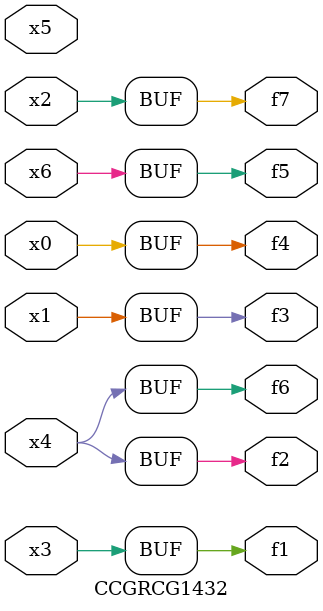
<source format=v>
module CCGRCG1432(
	input x0, x1, x2, x3, x4, x5, x6,
	output f1, f2, f3, f4, f5, f6, f7
);
	assign f1 = x3;
	assign f2 = x4;
	assign f3 = x1;
	assign f4 = x0;
	assign f5 = x6;
	assign f6 = x4;
	assign f7 = x2;
endmodule

</source>
